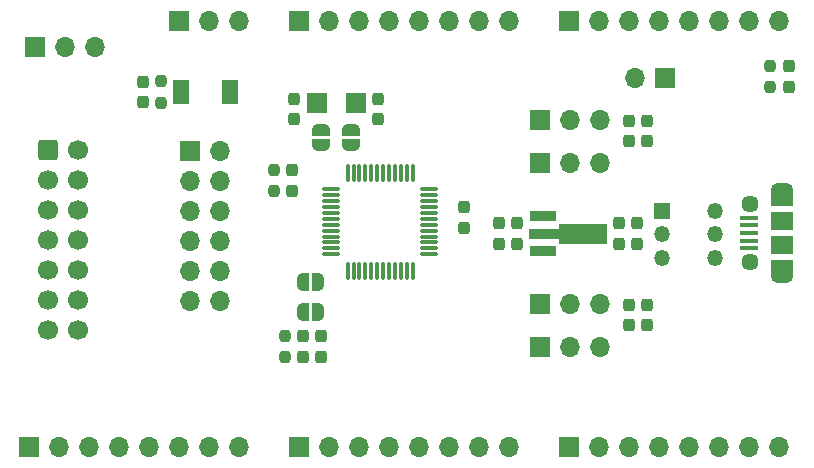
<source format=gts>
G04 #@! TF.GenerationSoftware,KiCad,Pcbnew,(6.0.7)*
G04 #@! TF.CreationDate,2022-09-17T20:40:59+02:00*
G04 #@! TF.ProjectId,FR2476,46523234-3736-42e6-9b69-6361645f7063,rev?*
G04 #@! TF.SameCoordinates,Original*
G04 #@! TF.FileFunction,Soldermask,Top*
G04 #@! TF.FilePolarity,Negative*
%FSLAX46Y46*%
G04 Gerber Fmt 4.6, Leading zero omitted, Abs format (unit mm)*
G04 Created by KiCad (PCBNEW (6.0.7)) date 2022-09-17 20:40:59*
%MOMM*%
%LPD*%
G01*
G04 APERTURE LIST*
G04 Aperture macros list*
%AMRoundRect*
0 Rectangle with rounded corners*
0 $1 Rounding radius*
0 $2 $3 $4 $5 $6 $7 $8 $9 X,Y pos of 4 corners*
0 Add a 4 corners polygon primitive as box body*
4,1,4,$2,$3,$4,$5,$6,$7,$8,$9,$2,$3,0*
0 Add four circle primitives for the rounded corners*
1,1,$1+$1,$2,$3*
1,1,$1+$1,$4,$5*
1,1,$1+$1,$6,$7*
1,1,$1+$1,$8,$9*
0 Add four rect primitives between the rounded corners*
20,1,$1+$1,$2,$3,$4,$5,0*
20,1,$1+$1,$4,$5,$6,$7,0*
20,1,$1+$1,$6,$7,$8,$9,0*
20,1,$1+$1,$8,$9,$2,$3,0*%
%AMFreePoly0*
4,1,9,5.362500,-0.866500,1.237500,-0.866500,1.237500,-0.450000,-1.237500,-0.450000,-1.237500,0.450000,1.237500,0.450000,1.237500,0.866500,5.362500,0.866500,5.362500,-0.866500,5.362500,-0.866500,$1*%
%AMFreePoly1*
4,1,22,0.500000,-0.750000,0.000000,-0.750000,0.000000,-0.745033,-0.079941,-0.743568,-0.215256,-0.701293,-0.333266,-0.622738,-0.424486,-0.514219,-0.481581,-0.384460,-0.499164,-0.250000,-0.500000,-0.250000,-0.500000,0.250000,-0.499164,0.250000,-0.499963,0.256109,-0.478152,0.396186,-0.417904,0.524511,-0.324060,0.630769,-0.204165,0.706417,-0.067858,0.745374,0.000000,0.744959,0.000000,0.750000,
0.500000,0.750000,0.500000,-0.750000,0.500000,-0.750000,$1*%
%AMFreePoly2*
4,1,20,0.000000,0.744959,0.073905,0.744508,0.209726,0.703889,0.328688,0.626782,0.421226,0.519385,0.479903,0.390333,0.500000,0.250000,0.500000,-0.250000,0.499851,-0.262216,0.476331,-0.402017,0.414519,-0.529596,0.319384,-0.634700,0.198574,-0.708877,0.061801,-0.746166,0.000000,-0.745033,0.000000,-0.750000,-0.500000,-0.750000,-0.500000,0.750000,0.000000,0.750000,0.000000,0.744959,
0.000000,0.744959,$1*%
G04 Aperture macros list end*
%ADD10RoundRect,0.250000X-0.600000X-0.600000X0.600000X-0.600000X0.600000X0.600000X-0.600000X0.600000X0*%
%ADD11C,1.700000*%
%ADD12RoundRect,0.237500X0.237500X-0.300000X0.237500X0.300000X-0.237500X0.300000X-0.237500X-0.300000X0*%
%ADD13R,1.700000X1.700000*%
%ADD14O,1.700000X1.700000*%
%ADD15R,1.750000X1.800000*%
%ADD16RoundRect,0.237500X0.237500X-0.250000X0.237500X0.250000X-0.237500X0.250000X-0.237500X-0.250000X0*%
%ADD17R,2.300000X0.900000*%
%ADD18FreePoly0,0.000000*%
%ADD19RoundRect,0.237500X-0.237500X0.287500X-0.237500X-0.287500X0.237500X-0.287500X0.237500X0.287500X0*%
%ADD20RoundRect,0.237500X-0.237500X0.250000X-0.237500X-0.250000X0.237500X-0.250000X0.237500X0.250000X0*%
%ADD21RoundRect,0.237500X-0.237500X0.300000X-0.237500X-0.300000X0.237500X-0.300000X0.237500X0.300000X0*%
%ADD22R,1.550000X0.400000*%
%ADD23R,1.900000X1.200000*%
%ADD24C,1.450000*%
%ADD25O,1.900000X1.200000*%
%ADD26R,1.900000X1.500000*%
%ADD27R,1.350000X1.350000*%
%ADD28O,1.350000X1.350000*%
%ADD29RoundRect,0.075000X-0.662500X-0.075000X0.662500X-0.075000X0.662500X0.075000X-0.662500X0.075000X0*%
%ADD30RoundRect,0.075000X-0.075000X-0.662500X0.075000X-0.662500X0.075000X0.662500X-0.075000X0.662500X0*%
%ADD31R,1.400000X2.000000*%
%ADD32FreePoly1,270.000000*%
%ADD33FreePoly2,270.000000*%
%ADD34FreePoly1,0.000000*%
%ADD35FreePoly2,0.000000*%
G04 APERTURE END LIST*
D10*
X113400000Y-95950000D03*
D11*
X115940000Y-95950000D03*
X113400000Y-98490000D03*
X115940000Y-98490000D03*
X113400000Y-101030000D03*
X115940000Y-101030000D03*
X113400000Y-103570000D03*
X115940000Y-103570000D03*
X113400000Y-106110000D03*
X115940000Y-106110000D03*
X113400000Y-108650000D03*
X115940000Y-108650000D03*
X113400000Y-111190000D03*
X115940000Y-111190000D03*
D12*
X134000000Y-99362500D03*
X134000000Y-97637500D03*
X134975000Y-113412500D03*
X134975000Y-111687500D03*
D13*
X134670000Y-121053000D03*
D14*
X137210000Y-121053000D03*
X139750000Y-121053000D03*
X142290000Y-121053000D03*
X144830000Y-121053000D03*
X147370000Y-121053000D03*
X149910000Y-121053000D03*
X152450000Y-121053000D03*
D13*
X134670000Y-84985000D03*
D14*
X137210000Y-84985000D03*
X139750000Y-84985000D03*
X142290000Y-84985000D03*
X144830000Y-84985000D03*
X147370000Y-84985000D03*
X149910000Y-84985000D03*
X152450000Y-84985000D03*
D13*
X157530000Y-84985000D03*
D14*
X160070000Y-84985000D03*
X162610000Y-84985000D03*
X165150000Y-84985000D03*
X167690000Y-84985000D03*
X170230000Y-84985000D03*
X172770000Y-84985000D03*
X175310000Y-84985000D03*
D13*
X111810000Y-121053000D03*
D14*
X114350000Y-121053000D03*
X116890000Y-121053000D03*
X119430000Y-121053000D03*
X121970000Y-121053000D03*
X124510000Y-121053000D03*
X127050000Y-121053000D03*
X129590000Y-121053000D03*
D15*
X136175000Y-91950000D03*
X139425000Y-91950000D03*
D12*
X163250000Y-103862500D03*
X163250000Y-102137500D03*
X161750000Y-103862500D03*
X161750000Y-102137500D03*
X151600000Y-103862500D03*
X151600000Y-102137500D03*
X153100000Y-103862500D03*
X153100000Y-102137500D03*
D16*
X133455000Y-113477500D03*
X133455000Y-111652500D03*
D17*
X155312500Y-101500000D03*
D18*
X155400000Y-103000000D03*
D17*
X155312500Y-104500000D03*
D19*
X176100000Y-88825000D03*
X176100000Y-90575000D03*
D13*
X165600000Y-89800000D03*
D14*
X163060000Y-89800000D03*
D20*
X174500000Y-88787500D03*
X174500000Y-90612500D03*
D13*
X157530000Y-121053000D03*
D14*
X160070000Y-121053000D03*
X162610000Y-121053000D03*
X165150000Y-121053000D03*
X167690000Y-121053000D03*
X170230000Y-121053000D03*
X172770000Y-121053000D03*
X175310000Y-121053000D03*
D13*
X155000000Y-93400000D03*
D14*
X157540000Y-93400000D03*
X160080000Y-93400000D03*
D13*
X155000000Y-97000000D03*
D14*
X157540000Y-97000000D03*
X160080000Y-97000000D03*
D13*
X155000000Y-112600000D03*
D14*
X157540000Y-112600000D03*
X160080000Y-112600000D03*
D21*
X164100000Y-109037500D03*
X164100000Y-110762500D03*
X164100000Y-93437500D03*
X164100000Y-95162500D03*
X162600000Y-93437500D03*
X162600000Y-95162500D03*
D13*
X155000000Y-109000000D03*
D14*
X157540000Y-109000000D03*
X160080000Y-109000000D03*
D22*
X172760000Y-104250000D03*
X172760000Y-103600000D03*
X172760000Y-102950000D03*
X172760000Y-102300000D03*
X172760000Y-101650000D03*
D23*
X175547500Y-105850000D03*
D24*
X172847500Y-100500000D03*
D25*
X175547500Y-99350000D03*
X175547500Y-106550000D03*
D26*
X175547500Y-101950000D03*
X175547500Y-103950000D03*
D23*
X175547500Y-100050000D03*
D24*
X172847500Y-105400000D03*
D12*
X136475000Y-113412500D03*
X136475000Y-111687500D03*
D13*
X112300000Y-87180000D03*
D14*
X114840000Y-87180000D03*
X117380000Y-87180000D03*
D12*
X121450000Y-91862500D03*
X121450000Y-90137500D03*
D20*
X122950000Y-90087500D03*
X122950000Y-91912500D03*
D27*
X165350000Y-101050000D03*
D28*
X165350000Y-103050000D03*
X165350000Y-105050000D03*
X169850000Y-101050000D03*
X169850000Y-103050000D03*
X169850000Y-105050000D03*
D21*
X162600000Y-109037500D03*
X162600000Y-110762500D03*
D12*
X141350000Y-93312500D03*
X141350000Y-91587500D03*
X134250000Y-93312500D03*
X134250000Y-91587500D03*
D13*
X125400000Y-96000000D03*
D14*
X127940000Y-96000000D03*
X125400000Y-98540000D03*
X127940000Y-98540000D03*
X125400000Y-101080000D03*
X127940000Y-101080000D03*
X125400000Y-103620000D03*
X127940000Y-103620000D03*
X125400000Y-106160000D03*
X127940000Y-106160000D03*
X125400000Y-108700000D03*
X127940000Y-108700000D03*
D29*
X137337500Y-99250000D03*
X137337500Y-99750000D03*
X137337500Y-100250000D03*
X137337500Y-100750000D03*
X137337500Y-101250000D03*
X137337500Y-101750000D03*
X137337500Y-102250000D03*
X137337500Y-102750000D03*
X137337500Y-103250000D03*
X137337500Y-103750000D03*
X137337500Y-104250000D03*
X137337500Y-104750000D03*
D30*
X138750000Y-106162500D03*
X139250000Y-106162500D03*
X139750000Y-106162500D03*
X140250000Y-106162500D03*
X140750000Y-106162500D03*
X141250000Y-106162500D03*
X141750000Y-106162500D03*
X142250000Y-106162500D03*
X142750000Y-106162500D03*
X143250000Y-106162500D03*
X143750000Y-106162500D03*
X144250000Y-106162500D03*
D29*
X145662500Y-104750000D03*
X145662500Y-104250000D03*
X145662500Y-103750000D03*
X145662500Y-103250000D03*
X145662500Y-102750000D03*
X145662500Y-102250000D03*
X145662500Y-101750000D03*
X145662500Y-101250000D03*
X145662500Y-100750000D03*
X145662500Y-100250000D03*
X145662500Y-99750000D03*
X145662500Y-99250000D03*
D30*
X144250000Y-97837500D03*
X143750000Y-97837500D03*
X143250000Y-97837500D03*
X142750000Y-97837500D03*
X142250000Y-97837500D03*
X141750000Y-97837500D03*
X141250000Y-97837500D03*
X140750000Y-97837500D03*
X140250000Y-97837500D03*
X139750000Y-97837500D03*
X139250000Y-97837500D03*
X138750000Y-97837500D03*
D13*
X124510000Y-84985000D03*
D14*
X127050000Y-84985000D03*
X129590000Y-84985000D03*
D31*
X124635000Y-91000000D03*
X128785000Y-91000000D03*
D32*
X136500000Y-94200000D03*
D33*
X136500000Y-95500000D03*
D34*
X134950000Y-107100000D03*
D35*
X136250000Y-107100000D03*
D34*
X134950000Y-109600000D03*
D35*
X136250000Y-109600000D03*
D32*
X139050000Y-94200000D03*
D33*
X139050000Y-95500000D03*
D16*
X132500000Y-99412500D03*
X132500000Y-97587500D03*
D21*
X148600000Y-100787500D03*
X148600000Y-102512500D03*
M02*

</source>
